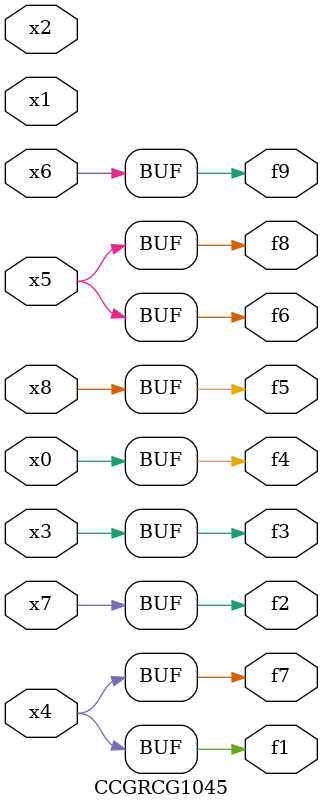
<source format=v>
module CCGRCG1045(
	input x0, x1, x2, x3, x4, x5, x6, x7, x8,
	output f1, f2, f3, f4, f5, f6, f7, f8, f9
);
	assign f1 = x4;
	assign f2 = x7;
	assign f3 = x3;
	assign f4 = x0;
	assign f5 = x8;
	assign f6 = x5;
	assign f7 = x4;
	assign f8 = x5;
	assign f9 = x6;
endmodule

</source>
